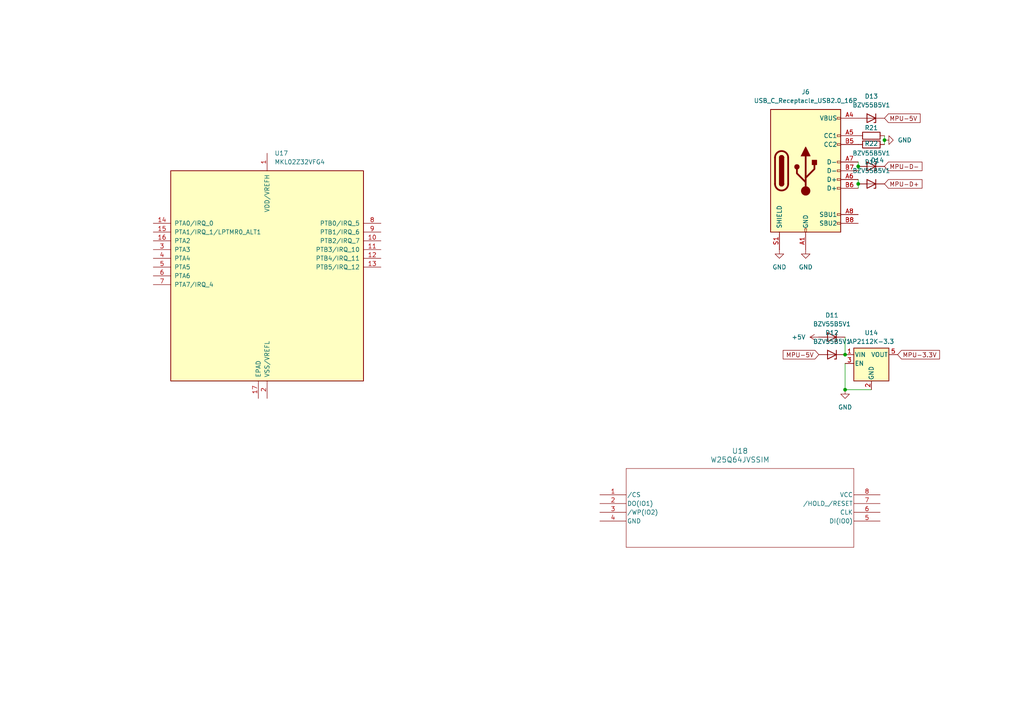
<source format=kicad_sch>
(kicad_sch (version 20250114) (generator "eeschema") (generator_version "9.0")
  (paper "A4")
  (title_block (title "Blitz"))
  (lib_symbols
    (symbol "2026-02-19_13-01-05:W25Q64JVSSIM" (pin_names (offset 0.254))
      (property "Reference" "U" (at 40.64 12.7 0))
      (property "Value" "W25Q64JVSSIM" (at 40.64 10.16 0))
      (symbol "W25Q64JVSSIM_0_1"
        (polyline (pts (xy 7.62 7.62) (xy 7.62 -15.24)) (stroke (width 0.127)))
        (polyline (pts (xy 7.62 -15.24) (xy 73.66 -15.24)) (stroke (width 0.127)))
        (polyline (pts (xy 73.66 7.62) (xy 7.62 7.62)) (stroke (width 0.127)))
        (polyline (pts (xy 73.66 -15.24) (xy 73.66 7.62)) (stroke (width 0.127)))
        (pin input line (at 0 0 0) (length 7.62) (name "/CS") (number "1"))
        (pin bidirectional line (at 0 -2.54 0) (length 7.62) (name "DO(IO1)") (number "2"))
        (pin bidirectional line (at 0 -5.08 0) (length 7.62) (name "/WP(IO2)") (number "3"))
        (pin power_out line (at 0 -7.62 0) (length 7.62) (name "GND") (number "4"))
        (pin power_in line (at 81.28 0 180) (length 7.62) (name "VCC") (number "8"))
        (pin bidirectional line (at 81.28 -2.54 180) (length 7.62) (name "/HOLD_/RESET") (number "7"))
        (pin input line (at 81.28 -5.08 180) (length 7.62) (name "CLK") (number "6"))
        (pin bidirectional line (at 81.28 -7.62 180) (length 7.62) (name "DI(IO0)") (number "5"))
      )
    )
    (symbol "Connector:USB_C_Receptacle_USB2.0_16P" (pin_names (offset 1.016))
      (property "Reference" "J" (at 0 22.225 0))
      (property "Value" "USB_C_Receptacle_USB2.0_16P" (at 0 19.685 0))
      (symbol "USB_C_Receptacle_USB2.0_16P_0_0"
        (rectangle (start -0.254 -17.78) (end 0.254 -16.764))
        (rectangle (start 10.16 15.494) (end 9.144 14.986))
        (rectangle (start 10.16 10.414) (end 9.144 9.906))
        (rectangle (start 10.16 7.874) (end 9.144 7.366))
        (rectangle (start 10.16 2.794) (end 9.144 2.286))
        (rectangle (start 10.16 0.254) (end 9.144 -0.254))
        (rectangle (start 10.16 -2.286) (end 9.144 -2.794))
        (rectangle (start 10.16 -4.826) (end 9.144 -5.334))
        (rectangle (start 10.16 -12.446) (end 9.144 -12.954))
        (rectangle (start 10.16 -14.986) (end 9.144 -15.494))
      )
      (symbol "USB_C_Receptacle_USB2.0_16P_0_1"
        (rectangle (start -10.16 17.78) (end 10.16 -17.78) (stroke (width 0.254)) (fill (type background)))
        (polyline (pts (xy -8.89 -3.81) (xy -8.89 3.81)) (stroke (width 0.508)))
        (rectangle (start -7.62 -3.81) (end -6.35 3.81) (stroke (width 0.254)) (fill (type outline)))
        (arc (start -7.62 3.81) (mid -6.985 4.4423) (end -6.35 3.81) (stroke (width 0.254)))
        (arc (start -7.62 3.81) (mid -6.985 4.4423) (end -6.35 3.81) (stroke (width 0.254)) (fill (type outline)))
        (arc (start -8.89 3.81) (mid -6.985 5.7067) (end -5.08 3.81) (stroke (width 0.508)))
        (arc (start -5.08 -3.81) (mid -6.985 -5.7067) (end -8.89 -3.81) (stroke (width 0.508)))
        (arc (start -6.35 -3.81) (mid -6.985 -4.4423) (end -7.62 -3.81) (stroke (width 0.254)))
        (arc (start -6.35 -3.81) (mid -6.985 -4.4423) (end -7.62 -3.81) (stroke (width 0.254)) (fill (type outline)))
        (polyline (pts (xy -5.08 3.81) (xy -5.08 -3.81)) (stroke (width 0.508)))
        (circle (center -2.54 1.143) (radius 0.635) (stroke (width 0.254)) (fill (type outline)))
        (polyline (pts (xy -1.27 4.318) (xy 0 6.858) (xy 1.27 4.318) (xy -1.27 4.318)) (stroke (width 0.254)) (fill (type outline)))
        (polyline (pts (xy 0 -2.032) (xy 2.54 0.508) (xy 2.54 1.778)) (stroke (width 0.508)))
        (polyline (pts (xy 0 -3.302) (xy -2.54 -0.762) (xy -2.54 0.508)) (stroke (width 0.508)))
        (polyline (pts (xy 0 -5.842) (xy 0 4.318)) (stroke (width 0.508)))
        (circle (center 0 -5.842) (radius 1.27) (fill (type outline)))
        (rectangle (start 1.905 1.778) (end 3.175 3.048) (stroke (width 0.254)) (fill (type outline)))
      )
      (symbol "USB_C_Receptacle_USB2.0_16P_1_1"
        (pin passive line (at -7.62 -22.86 90) (length 5.08) (name "SHIELD") (number "S1"))
        (pin passive line (at 0 -22.86 90) (length 5.08) (name "GND") (number "A1"))
        (pin passive line (at 0 -22.86 90) (length 5.08) (hide yes) (name "GND") (number "A12"))
        (pin passive line (at 0 -22.86 90) (length 5.08) (hide yes) (name "GND") (number "B1"))
        (pin passive line (at 0 -22.86 90) (length 5.08) (hide yes) (name "GND") (number "B12"))
        (pin passive line (at 15.24 15.24 180) (length 5.08) (name "VBUS") (number "A4"))
        (pin passive line (at 15.24 15.24 180) (length 5.08) (hide yes) (name "VBUS") (number "A9"))
        (pin passive line (at 15.24 15.24 180) (length 5.08) (hide yes) (name "VBUS") (number "B4"))
        (pin passive line (at 15.24 15.24 180) (length 5.08) (hide yes) (name "VBUS") (number "B9"))
        (pin bidirectional line (at 15.24 10.16 180) (length 5.08) (name "CC1") (number "A5"))
        (pin bidirectional line (at 15.24 7.62 180) (length 5.08) (name "CC2") (number "B5"))
        (pin bidirectional line (at 15.24 2.54 180) (length 5.08) (name "D-") (number "A7"))
        (pin bidirectional line (at 15.24 0 180) (length 5.08) (name "D-") (number "B7"))
        (pin bidirectional line (at 15.24 -2.54 180) (length 5.08) (name "D+") (number "A6"))
        (pin bidirectional line (at 15.24 -5.08 180) (length 5.08) (name "D+") (number "B6"))
        (pin bidirectional line (at 15.24 -12.7 180) (length 5.08) (name "SBU1") (number "A8"))
        (pin bidirectional line (at 15.24 -15.24 180) (length 5.08) (name "SBU2") (number "B8"))
      )
    )
    (symbol "Device:R" (pin_numbers (hide yes)) (pin_names (offset 0))
      (property "Reference" "R" (at 2.032 0 90))
      (property "Value" "R" (at 0 0 90))
      (symbol "R_0_1"
        (rectangle (start -1.016 -2.54) (end 1.016 2.54) (stroke (width 0.254)))
      )
      (symbol "R_1_1"
        (pin passive line (at 0 3.81 270) (length 1.27) (name "~") (number "1"))
        (pin passive line (at 0 -3.81 90) (length 1.27) (name "~") (number "2"))
      )
    )
    (symbol "Diode:BZV55B5V1" (pin_numbers (hide yes)) (pin_names (hide yes))
      (property "Reference" "D" (at 0 2.54 0))
      (property "Value" "BZV55B5V1" (at 0 -2.54 0))
      (symbol "BZV55B5V1_0_1"
        (polyline (pts (xy -1.27 -1.27) (xy -1.27 1.27) (xy -0.762 1.27)) (stroke (width 0.254)))
        (polyline (pts (xy 1.27 0) (xy -1.27 0)))
        (polyline (pts (xy 1.27 -1.27) (xy 1.27 1.27) (xy -1.27 0) (xy 1.27 -1.27)) (stroke (width 0.254)))
      )
      (symbol "BZV55B5V1_1_1"
        (pin passive line (at -3.81 0 0) (length 2.54) (name "K") (number "1"))
        (pin passive line (at 3.81 0 180) (length 2.54) (name "A") (number "2"))
      )
    )
    (symbol "MCU_NXP_Kinetis:MKL02Z32VFG4" (pin_names (offset 1.016))
      (property "Reference" "U" (at -27.94 31.115 0))
      (property "Value" "MKL02Z32VFG4" (at 27.94 31.115 0))
      (symbol "MKL02Z32VFG4_0_1"
        (rectangle (start -27.94 30.48) (end 27.94 -30.48) (stroke (width 0.254)) (fill (type background)))
      )
      (symbol "MKL02Z32VFG4_1_1"
        (pin bidirectional line (at -33.02 15.24 0) (length 5.08) (name "PTA0/IRQ_0") (number "14"))
        (pin bidirectional line (at -33.02 12.7 0) (length 5.08) (name "PTA1/IRQ_1/LPTMR0_ALT1") (number "15"))
        (pin bidirectional line (at -33.02 10.16 0) (length 5.08) (name "PTA2") (number "16"))
        (pin bidirectional line (at -33.02 7.62 0) (length 5.08) (name "PTA3") (number "3"))
        (pin bidirectional line (at -33.02 5.08 0) (length 5.08) (name "PTA4") (number "4"))
        (pin bidirectional line (at -33.02 2.54 0) (length 5.08) (name "PTA5") (number "5"))
        (pin bidirectional line (at -33.02 0 0) (length 5.08) (name "PTA6") (number "6"))
        (pin bidirectional line (at -33.02 -2.54 0) (length 5.08) (name "PTA7/IRQ_4") (number "7"))
        (pin power_in line (at -2.54 -35.56 90) (length 5.08) (name "EPAD") (number "17"))
        (pin power_in line (at 0 35.56 270) (length 5.08) (name "VDD/VREFH") (number "1"))
        (pin power_in line (at 0 -35.56 90) (length 5.08) (name "VSS/VREFL") (number "2"))
        (pin bidirectional line (at 33.02 15.24 180) (length 5.08) (name "PTB0/IRQ_5") (number "8"))
        (pin bidirectional line (at 33.02 12.7 180) (length 5.08) (name "PTB1/IRQ_6") (number "9"))
        (pin bidirectional line (at 33.02 10.16 180) (length 5.08) (name "PTB2/IRQ_7") (number "10"))
        (pin bidirectional line (at 33.02 7.62 180) (length 5.08) (name "PTB3/IRQ_10") (number "11"))
        (pin bidirectional line (at 33.02 5.08 180) (length 5.08) (name "PTB4/IRQ_11") (number "12"))
        (pin bidirectional line (at 33.02 2.54 180) (length 5.08) (name "PTB5/IRQ_12") (number "13"))
      )
    )
    (symbol "Regulator_Linear:AP2112K-3.3" (pin_names (offset 0.254))
      (property "Reference" "U" (at -5.08 5.715 0))
      (property "Value" "AP2112K-3.3" (at 0 5.715 0))
      (symbol "AP2112K-3.3_0_1"
        (rectangle (start -5.08 4.445) (end 5.08 -5.08) (stroke (width 0.254)) (fill (type background)))
      )
      (symbol "AP2112K-3.3_1_1"
        (pin power_in line (at -7.62 2.54 0) (length 2.54) (name "VIN") (number "1"))
        (pin input line (at -7.62 0 0) (length 2.54) (name "EN") (number "3"))
        (pin power_in line (at 0 -7.62 90) (length 2.54) (name "GND") (number "2"))
        (pin no_connect line (at 5.08 0 180) (length 2.54) (hide yes) (name "NC") (number "4"))
        (pin power_out line (at 7.62 2.54 180) (length 2.54) (name "VOUT") (number "5"))
      )
    )
    (symbol "power:+5V" (power) (pin_numbers (hide yes)) (pin_names (offset 0) (hide yes))
      (property "Value" "+5V" (at 0 3.556 0))
      (symbol "+5V_0_1"
        (polyline (pts (xy -0.762 1.27) (xy 0 2.54)))
        (polyline (pts (xy 0 2.54) (xy 0.762 1.27)))
        (polyline (pts (xy 0 0) (xy 0 2.54)))
      )
      (symbol "+5V_1_1"
        (pin power_in line (at 0 0 90) (length 0) (name "~") (number "1"))
      )
    )
    (symbol "power:GND" (power) (pin_numbers (hide yes)) (pin_names (offset 0) (hide yes))
      (property "Value" "GND" (at 0 -3.81 0))
      (symbol "GND_0_1"
        (polyline (pts (xy 0 0) (xy 0 -1.27) (xy 1.27 -1.27) (xy 0 -2.54) (xy -1.27 -1.27) (xy 0 -1.27)))
      )
      (symbol "GND_1_1"
        (pin power_in line (at 0 0 270) (length 0) (name "~") (number "1"))
      )
    )
  )
  (junction (at 245.11 102.87))
  (junction (at 256.54 40.64))
  (junction (at 248.92 48.26))
  (junction (at 245.11 113.03))
  (junction (at 248.92 53.34))
  (wire (pts (xy 245.11 105.41) (xy 245.11 113.03)))
  (wire (pts (xy 248.92 48.26) (xy 248.92 49.53)))
  (wire (pts (xy 256.54 40.64) (xy 256.54 41.91)))
  (wire (pts (xy 256.54 39.37) (xy 256.54 40.64)))
  (wire (pts (xy 248.92 52.07) (xy 248.92 53.34)))
  (wire (pts (xy 248.92 53.34) (xy 248.92 54.61)))
  (wire (pts (xy 245.11 113.03) (xy 252.73 113.03)))
  (wire (pts (xy 245.11 97.79) (xy 245.11 102.87)))
  (wire (pts (xy 248.92 46.99) (xy 248.92 48.26)))
  (global_label "MPU-D+" (shape input) (at 256.54 53.34 0) (property "Intersheetrefs" "${INTERSHEET_REFS}" (effects (hide yes))))
  (global_label "MPU-D-" (shape input) (at 256.54 48.26 0) (property "Intersheetrefs" "${INTERSHEET_REFS}" (effects (hide yes))))
  (global_label "MPU-5V" (shape input) (at 237.49 102.87 180) (property "Intersheetrefs" "${INTERSHEET_REFS}" (effects (hide yes))))
  (global_label "MPU-3.3V" (shape input) (at 260.35 102.87 0) (property "Intersheetrefs" "${INTERSHEET_REFS}" (effects (hide yes))))
  (global_label "MPU-5V" (shape input) (at 256.54 34.29 0) (property "Intersheetrefs" "${INTERSHEET_REFS}" (effects (hide yes))))
  (symbol (lib_id "power:+5V") (at 237.49 97.79 90) (unit 1)
    (property "Reference" "#PWR052" (effects (hide yes)))
    (property "Value" "+5V" (at 233.68 97.7899 90) (effects (justify left)))
    (property "Description" "Power symbol creates a global label with name \"+5V\"" (effects (hide yes)))
  )
  (symbol (lib_id "Diode:BZV55B5V1") (at 252.73 48.26 180) (unit 1)
    (property "Reference" "D14" (at 254.508 46.482 0))
    (property "Value" "BZV55B5V1" (at 252.73 44.45 0))
    (property "Footprint" "Diode_SMD:D_MiniMELF" (effects (hide yes)))
    (property "Datasheet" "https://assets.nexperia.com/documents/data-sheet/BZV55_SER.pdf" (effects (hide yes)))
    (property "Description" "5.1V, 500mW, 2%, Zener diode, MiniMELF" (effects (hide yes)))
  )
  (symbol (lib_id "power:GND") (at 256.54 40.64 90) (unit 1)
    (property "Reference" "#PWR056" (effects (hide yes)))
    (property "Value" "GND" (at 260.35 40.6399 90) (effects (justify right)))
    (property "Description" "Power symbol creates a global label with name \"GND\" , ground" (effects (hide yes)))
  )
  (symbol (lib_id "Device:R") (at 252.73 41.91 90) (unit 1)
    (property "Reference" "R22" (at 252.73 41.656 90))
    (property "Value" "R" (effects (hide yes)))
    (property "Footprint" "Resistor_SMD:R_01005_0402Metric_Pad0.57x0.30mm_HandSolder" (effects (hide yes)))
    (property "Description" "Resistor" (effects (hide yes)))
  )
  (symbol (lib_id "power:GND") (at 245.11 113.03 0) (unit 1)
    (property "Reference" "#PWR053" (effects (hide yes)))
    (property "Value" "GND" (at 245.11 118.11 0))
    (property "Description" "Power symbol creates a global label with name \"GND\" , ground" (effects (hide yes)))
  )
  (symbol (lib_id "Device:R") (at 252.73 39.37 90) (unit 1)
    (property "Reference" "R21" (at 252.73 37.084 90))
    (property "Value" "R" (effects (hide yes)))
    (property "Footprint" "Resistor_SMD:R_01005_0402Metric_Pad0.57x0.30mm_HandSolder" (effects (hide yes)))
    (property "Description" "Resistor" (effects (hide yes)))
  )
  (symbol (lib_id "Diode:BZV55B5V1") (at 241.3 97.79 180) (unit 1)
    (property "Reference" "D11" (at 241.3 91.44 0))
    (property "Value" "BZV55B5V1" (at 241.3 93.98 0))
    (property "Footprint" "Diode_SMD:D_MiniMELF" (effects (hide yes)))
    (property "Datasheet" "https://assets.nexperia.com/documents/data-sheet/BZV55_SER.pdf" (effects (hide yes)))
    (property "Description" "5.1V, 500mW, 2%, Zener diode, MiniMELF" (effects (hide yes)))
  )
  (symbol (lib_id "power:GND") (at 226.06 72.39 0) (unit 1)
    (property "Reference" "#PWR054" (effects (hide yes)))
    (property "Value" "GND" (at 226.06 77.47 0))
    (property "Description" "Power symbol creates a global label with name \"GND\" , ground" (effects (hide yes)))
  )
  (symbol (lib_id "MCU_NXP_Kinetis:MKL02Z32VFG4") (at 77.47 80.01 0) (unit 1)
    (property "Reference" "U17" (at 79.6133 44.45 0) (effects (justify left)))
    (property "Value" "MKL02Z32VFG4" (at 79.6133 46.99 0) (effects (justify left)))
    (property "Footprint" "Package_DFN_QFN:QFN-16-1EP_3x3mm_P0.5mm_EP1.9x1.9mm" (effects (hide yes)))
    (property "Datasheet" "http://www.nxp.com/docs/en/data-sheet/KL02P32M48SF0.pdf" (effects (hide yes)))
    (property "Description" "Kinetis KL02 series, 48-MHz/32-bit ARM Cortex-M0+, 32 kB flash, 4 kB SRAM, QFN-16" (effects (hide yes)))
  )
  (symbol (lib_id "Diode:BZV55B5V1") (at 241.3 102.87 180) (unit 1)
    (property "Reference" "D12" (at 241.3 96.52 0))
    (property "Value" "BZV55B5V1" (at 241.3 99.06 0))
    (property "Footprint" "Diode_SMD:D_MiniMELF" (effects (hide yes)))
    (property "Datasheet" "https://assets.nexperia.com/documents/data-sheet/BZV55_SER.pdf" (effects (hide yes)))
    (property "Description" "5.1V, 500mW, 2%, Zener diode, MiniMELF" (effects (hide yes)))
  )
  (symbol (lib_id "Regulator_Linear:AP2112K-3.3") (at 252.73 105.41 0) (unit 1)
    (property "Reference" "U14" (at 252.73 96.52 0))
    (property "Value" "AP2112K-3.3" (at 252.73 99.06 0))
    (property "Footprint" "Package_TO_SOT_SMD:SOT-23-5" (effects (hide yes)))
    (property "Datasheet" "https://www.diodes.com/assets/Datasheets/AP2112.pdf" (effects (hide yes)))
    (property "Description" "600mA low dropout linear regulator, with enable pin, 3.8V-6V input voltage range, 3.3V fixed positive output, SOT-23-5" (effects (hide yes)))
  )
  (symbol (lib_id "Connector:USB_C_Receptacle_USB2.0_16P") (at 233.68 49.53 0) (unit 1)
    (property "Reference" "J6" (at 233.68 26.67 0))
    (property "Value" "USB_C_Receptacle_USB2.0_16P" (at 233.68 29.21 0))
    (property "Footprint" "Connector_USB:USB_C_Receptacle_G-Switch_GT-USB-7010ASV" (effects (hide yes)))
    (property "Datasheet" "https://www.usb.org/sites/default/files/documents/usb_type-c.zip" (effects (hide yes)))
    (property "Description" "USB 2.0-only 16P Type-C Receptacle connector" (effects (hide yes)))
  )
  (symbol (lib_id "2026-02-19_13-01-05:W25Q64JVSSIM") (at 173.99 143.51 0) (unit 1)
    (property "Reference" "U18" (at 214.63 130.81 0) (effects (font (size 1.524 1.524))))
    (property "Value" "W25Q64JVSSIM" (at 214.63 133.35 0) (effects (font (size 1.524 1.524))))
    (property "Footprint" "SOIC_208MIL_WIN" (effects (hide yes)))
    (property "Datasheet" "W25Q64JVSSIM" (effects (hide yes)))
  )
  (symbol (lib_id "power:GND") (at 233.68 72.39 0) (unit 1)
    (property "Reference" "#PWR055" (effects (hide yes)))
    (property "Value" "GND" (at 233.68 77.47 0))
    (property "Description" "Power symbol creates a global label with name \"GND\" , ground" (effects (hide yes)))
  )
  (symbol (lib_id "Diode:BZV55B5V1") (at 252.73 53.34 180) (unit 1)
    (property "Reference" "D15" (at 252.73 46.99 0))
    (property "Value" "BZV55B5V1" (at 252.73 49.53 0))
    (property "Footprint" "Diode_SMD:D_MiniMELF" (effects (hide yes)))
    (property "Datasheet" "https://assets.nexperia.com/documents/data-sheet/BZV55_SER.pdf" (effects (hide yes)))
    (property "Description" "5.1V, 500mW, 2%, Zener diode, MiniMELF" (effects (hide yes)))
  )
  (symbol (lib_id "Diode:BZV55B5V1") (at 252.73 34.29 180) (unit 1)
    (property "Reference" "D13" (at 252.73 27.94 0))
    (property "Value" "BZV55B5V1" (at 252.73 30.48 0))
    (property "Footprint" "Diode_SMD:D_MiniMELF" (effects (hide yes)))
    (property "Datasheet" "https://assets.nexperia.com/documents/data-sheet/BZV55_SER.pdf" (effects (hide yes)))
    (property "Description" "5.1V, 500mW, 2%, Zener diode, MiniMELF" (effects (hide yes)))
  )
)
</source>
